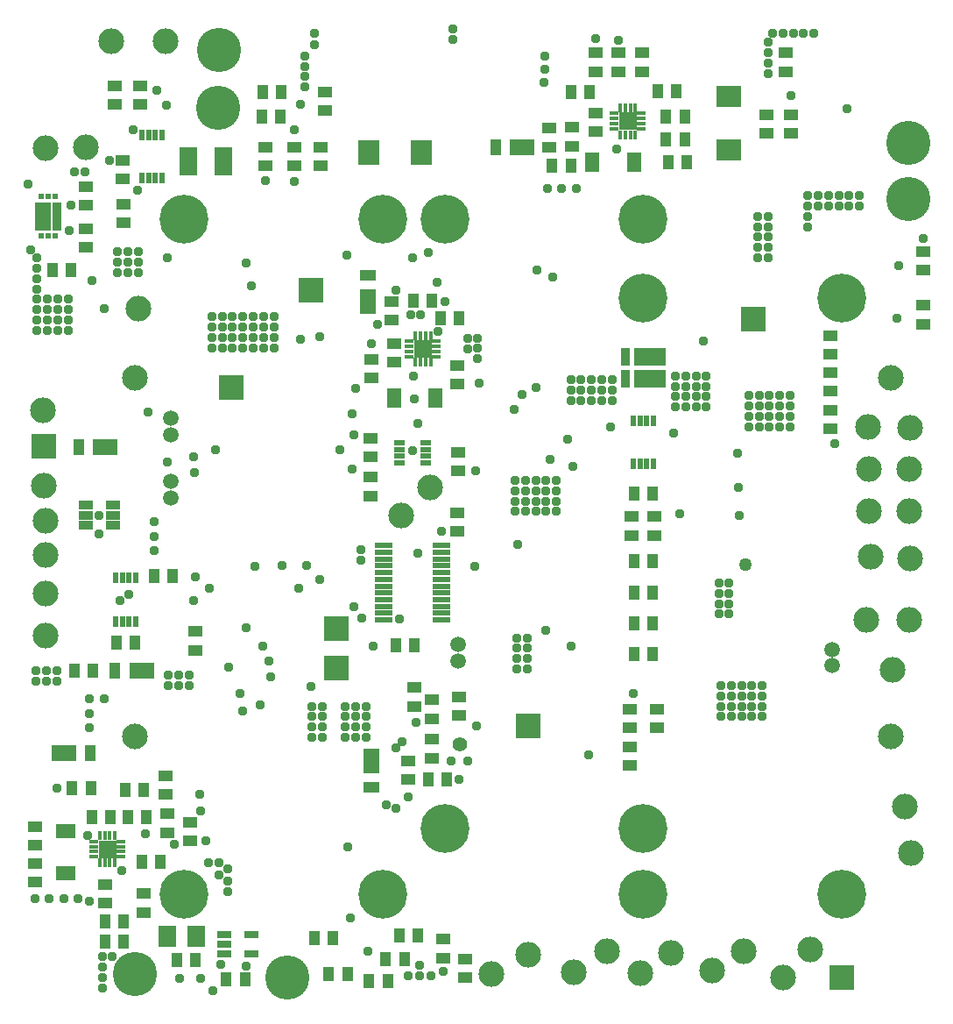
<source format=gts>
G75*
%MOIN*%
%OFA0B0*%
%FSLAX25Y25*%
%IPPOS*%
%LPD*%
%AMOC8*
5,1,8,0,0,1.08239X$1,22.5*
%
%ADD10R,0.03950X0.05524*%
%ADD11R,0.05524X0.03950*%
%ADD12R,0.09461X0.06312*%
%ADD13R,0.04343X0.06312*%
%ADD14R,0.05721X0.07690*%
%ADD15C,0.18580*%
%ADD16R,0.12400X0.06700*%
%ADD17R,0.03600X0.06700*%
%ADD18R,0.05524X0.03162*%
%ADD19R,0.05603X0.03241*%
%ADD20R,0.06509X0.06509*%
%ADD21R,0.03556X0.01784*%
%ADD22R,0.01784X0.03556*%
%ADD23C,0.09800*%
%ADD24C,0.16800*%
%ADD25R,0.09800X0.09800*%
%ADD26C,0.05950*%
%ADD27R,0.03950X0.02375*%
%ADD28R,0.07099X0.01981*%
%ADD29R,0.02454X0.04304*%
%ADD30R,0.07690X0.05721*%
%ADD31R,0.06784X0.10800*%
%ADD32R,0.06745X0.10800*%
%ADD33R,0.06391X0.10643*%
%ADD34R,0.03241X0.10643*%
%ADD35R,0.02375X0.02375*%
%ADD36R,0.07099X0.07887*%
%ADD37C,0.09737*%
%ADD38R,0.07887X0.09461*%
%ADD39R,0.09461X0.07887*%
%ADD40R,0.06312X0.09461*%
%ADD41R,0.06312X0.04343*%
%ADD42C,0.03778*%
%ADD43C,0.04959*%
%ADD44C,0.05550*%
D10*
X0079753Y0097863D03*
X0086839Y0097863D03*
X0086839Y0105343D03*
X0079753Y0105343D03*
X0093532Y0128178D03*
X0100619Y0128178D03*
X0095501Y0145107D03*
X0088414Y0145107D03*
X0081721Y0145107D03*
X0074635Y0145107D03*
X0074241Y0156131D03*
X0067154Y0156131D03*
X0087233Y0155343D03*
X0094320Y0155343D03*
X0075028Y0200619D03*
X0067942Y0200619D03*
X0084083Y0211249D03*
X0091170Y0211249D03*
X0098257Y0236839D03*
X0105343Y0236839D03*
X0190383Y0210461D03*
X0197469Y0210461D03*
X0202587Y0159280D03*
X0209674Y0159280D03*
X0198650Y0100225D03*
X0191564Y0100225D03*
X0193532Y0091170D03*
X0186446Y0091170D03*
X0187233Y0082902D03*
X0180146Y0082902D03*
X0171879Y0085265D03*
X0164792Y0085265D03*
X0166367Y0099044D03*
X0159280Y0099044D03*
X0132902Y0083296D03*
X0125816Y0083296D03*
X0114005Y0090776D03*
X0106918Y0090776D03*
X0280934Y0206918D03*
X0288020Y0206918D03*
X0288020Y0218729D03*
X0280934Y0218729D03*
X0280934Y0230540D03*
X0288020Y0230540D03*
X0288020Y0242351D03*
X0280934Y0242351D03*
X0280934Y0267942D03*
X0288020Y0267942D03*
X0214398Y0334871D03*
X0207312Y0334871D03*
X0204162Y0341564D03*
X0197076Y0341564D03*
X0249831Y0392745D03*
X0256918Y0392745D03*
X0256918Y0420698D03*
X0264005Y0420698D03*
X0289989Y0421091D03*
X0297076Y0421091D03*
X0300225Y0411249D03*
X0293139Y0411249D03*
X0293139Y0402587D03*
X0300225Y0402587D03*
X0301013Y0393926D03*
X0293926Y0393926D03*
X0146288Y0411249D03*
X0139202Y0411249D03*
X0139595Y0420698D03*
X0146682Y0420698D03*
X0066761Y0352981D03*
X0059674Y0352981D03*
D11*
X0072272Y0361643D03*
X0072272Y0368729D03*
X0072272Y0377784D03*
X0072272Y0384871D03*
X0086446Y0387627D03*
X0086446Y0394713D03*
X0086839Y0378178D03*
X0086839Y0371091D03*
X0083296Y0415973D03*
X0083296Y0423060D03*
X0093139Y0423060D03*
X0093139Y0415973D03*
X0140776Y0399831D03*
X0140776Y0392745D03*
X0151800Y0392745D03*
X0151800Y0399831D03*
X0161643Y0399831D03*
X0161643Y0392745D03*
X0163217Y0413611D03*
X0163217Y0420698D03*
X0188808Y0341170D03*
X0188808Y0334083D03*
X0189595Y0325028D03*
X0189595Y0317942D03*
X0180934Y0319123D03*
X0180934Y0312036D03*
X0180540Y0289202D03*
X0180540Y0282115D03*
X0180540Y0274241D03*
X0180540Y0267154D03*
X0213611Y0260855D03*
X0213611Y0253769D03*
X0214005Y0276603D03*
X0214005Y0283690D03*
X0213611Y0309674D03*
X0213611Y0316761D03*
X0280146Y0259280D03*
X0280146Y0252194D03*
X0288808Y0252194D03*
X0288808Y0259280D03*
X0289595Y0186052D03*
X0289595Y0178965D03*
X0279359Y0178965D03*
X0279359Y0171879D03*
X0279359Y0164792D03*
X0279359Y0186052D03*
X0214398Y0183690D03*
X0214398Y0190776D03*
X0204162Y0189595D03*
X0204162Y0182509D03*
X0204162Y0174635D03*
X0204162Y0167548D03*
X0195107Y0166367D03*
X0195107Y0159280D03*
X0197469Y0187233D03*
X0197469Y0194320D03*
X0208493Y0098650D03*
X0208493Y0091564D03*
X0216761Y0091170D03*
X0216761Y0084083D03*
X0112036Y0136052D03*
X0112036Y0143139D03*
X0103375Y0146288D03*
X0102587Y0153769D03*
X0102587Y0160855D03*
X0103375Y0139202D03*
X0094320Y0115973D03*
X0094320Y0108887D03*
X0079753Y0112430D03*
X0079753Y0119517D03*
X0052981Y0120304D03*
X0052981Y0127391D03*
X0052981Y0134477D03*
X0052981Y0141564D03*
X0114005Y0208493D03*
X0114005Y0215580D03*
X0248650Y0399831D03*
X0248650Y0406918D03*
X0257312Y0407312D03*
X0257312Y0400225D03*
X0266367Y0405737D03*
X0266367Y0412824D03*
X0266367Y0428572D03*
X0266367Y0435658D03*
X0275028Y0435658D03*
X0275028Y0428572D03*
X0284083Y0428572D03*
X0284083Y0435658D03*
X0331328Y0412036D03*
X0331328Y0404950D03*
X0340776Y0404950D03*
X0340776Y0412036D03*
X0338808Y0428572D03*
X0338808Y0435658D03*
X0391170Y0360068D03*
X0391170Y0352981D03*
X0391170Y0339595D03*
X0391170Y0332509D03*
X0355737Y0328178D03*
X0355737Y0321091D03*
X0355737Y0314005D03*
X0355737Y0306918D03*
X0355737Y0299831D03*
X0355737Y0292745D03*
D12*
X0238414Y0399831D03*
X0079753Y0285658D03*
X0093532Y0200619D03*
X0064005Y0169517D03*
D13*
X0074044Y0169517D03*
X0083493Y0200619D03*
X0069713Y0285658D03*
X0228375Y0399831D03*
D14*
X0265186Y0393926D03*
X0280934Y0393926D03*
X0205343Y0304556D03*
X0189595Y0304556D03*
D15*
X0185265Y0372272D03*
X0208887Y0372272D03*
X0284477Y0372272D03*
X0284477Y0342272D03*
X0360068Y0342272D03*
X0284477Y0140580D03*
X0284477Y0115580D03*
X0360068Y0115580D03*
X0208887Y0140580D03*
X0185265Y0115580D03*
X0109674Y0115580D03*
X0109674Y0372272D03*
D16*
X0286877Y0320123D03*
X0286877Y0311823D03*
D17*
X0277777Y0311823D03*
X0277777Y0320123D03*
D18*
X0135288Y0100422D03*
X0135288Y0092942D03*
X0125005Y0092942D03*
X0125005Y0096682D03*
X0125005Y0100422D03*
D19*
X0082587Y0256131D03*
X0082587Y0259871D03*
X0082587Y0263611D03*
X0072272Y0263611D03*
X0072272Y0259871D03*
X0072272Y0256131D03*
D20*
X0080540Y0132902D03*
X0200619Y0323060D03*
X0278572Y0409674D03*
D21*
X0283690Y0408690D03*
X0283690Y0410658D03*
X0283690Y0412627D03*
X0283690Y0406721D03*
X0273454Y0406721D03*
X0273454Y0408690D03*
X0273454Y0410658D03*
X0273454Y0412627D03*
X0205737Y0326013D03*
X0205737Y0324044D03*
X0205737Y0322076D03*
X0205737Y0320107D03*
X0195501Y0320107D03*
X0195501Y0322076D03*
X0195501Y0324044D03*
X0195501Y0326013D03*
X0085658Y0135855D03*
X0085658Y0133887D03*
X0085658Y0131918D03*
X0085658Y0129950D03*
X0075422Y0129950D03*
X0075422Y0131918D03*
X0075422Y0133887D03*
X0075422Y0135855D03*
D22*
X0077587Y0138020D03*
X0079556Y0138020D03*
X0081524Y0138020D03*
X0083493Y0138020D03*
X0083493Y0127784D03*
X0081524Y0127784D03*
X0079556Y0127784D03*
X0077587Y0127784D03*
X0197666Y0317942D03*
X0199635Y0317942D03*
X0201603Y0317942D03*
X0203572Y0317942D03*
X0203572Y0328178D03*
X0201603Y0328178D03*
X0199635Y0328178D03*
X0197666Y0328178D03*
X0275619Y0404556D03*
X0277587Y0404556D03*
X0279556Y0404556D03*
X0281524Y0404556D03*
X0281524Y0414792D03*
X0279556Y0414792D03*
X0277587Y0414792D03*
X0275619Y0414792D03*
D23*
X0369910Y0293532D03*
X0370304Y0277391D03*
X0385658Y0277391D03*
X0386052Y0293139D03*
X0385658Y0261249D03*
X0386052Y0243532D03*
X0371091Y0243926D03*
X0370304Y0261249D03*
X0369517Y0219910D03*
X0385658Y0219910D03*
X0379359Y0201013D03*
X0384083Y0149044D03*
X0386446Y0131328D03*
X0347863Y0094713D03*
X0337627Y0084083D03*
X0322666Y0093926D03*
X0310855Y0086839D03*
X0295107Y0093532D03*
X0283296Y0085658D03*
X0270698Y0093926D03*
X0258099Y0086052D03*
X0240776Y0092745D03*
X0226603Y0085265D03*
X0192351Y0259674D03*
X0203375Y0270304D03*
X0092351Y0338414D03*
X0056131Y0299831D03*
X0056524Y0271091D03*
X0056918Y0257706D03*
X0056918Y0244713D03*
X0056918Y0230146D03*
X0056918Y0214005D03*
X0056918Y0399438D03*
X0072272Y0399831D03*
X0082115Y0439989D03*
X0102587Y0439989D03*
D24*
X0123060Y0436839D03*
X0122666Y0414792D03*
X0385265Y0401406D03*
X0385265Y0380146D03*
X0149044Y0084083D03*
X0091170Y0085265D03*
D25*
X0167548Y0201800D03*
X0167548Y0216761D03*
X0240776Y0179753D03*
X0127784Y0308493D03*
X0158099Y0345501D03*
X0056524Y0286052D03*
X0326209Y0334477D03*
X0360068Y0084083D03*
D26*
X0356524Y0202587D03*
X0356524Y0208887D03*
X0214005Y0210855D03*
X0214005Y0204556D03*
X0104556Y0266367D03*
X0104556Y0272666D03*
X0104556Y0290383D03*
X0104556Y0296682D03*
D27*
X0191839Y0287367D03*
X0191839Y0284808D03*
X0191839Y0282249D03*
X0191839Y0279690D03*
X0201682Y0279690D03*
X0201682Y0282249D03*
X0201682Y0284808D03*
X0201682Y0287367D03*
D28*
X0207706Y0248257D03*
X0207706Y0245698D03*
X0207706Y0243139D03*
X0207706Y0240580D03*
X0207706Y0238020D03*
X0207706Y0235461D03*
X0207706Y0232902D03*
X0207706Y0230343D03*
X0207706Y0227784D03*
X0207706Y0225225D03*
X0207706Y0222666D03*
X0207706Y0220107D03*
X0185658Y0220107D03*
X0185658Y0222666D03*
X0185658Y0225225D03*
X0185658Y0227784D03*
X0185658Y0230343D03*
X0185658Y0232902D03*
X0185658Y0235461D03*
X0185658Y0238020D03*
X0185658Y0240580D03*
X0185658Y0243139D03*
X0185658Y0245698D03*
X0185658Y0248257D03*
D29*
X0091367Y0236091D03*
X0088808Y0236091D03*
X0086249Y0236091D03*
X0083690Y0236091D03*
X0083690Y0219517D03*
X0086249Y0219517D03*
X0088808Y0219517D03*
X0091367Y0219517D03*
X0093729Y0387981D03*
X0096288Y0387981D03*
X0098847Y0387981D03*
X0101406Y0387981D03*
X0101406Y0404556D03*
X0098847Y0404556D03*
X0096288Y0404556D03*
X0093729Y0404556D03*
X0280737Y0295894D03*
X0283296Y0295894D03*
X0285855Y0295894D03*
X0288414Y0295894D03*
X0288414Y0279320D03*
X0285855Y0279320D03*
X0283296Y0279320D03*
X0280737Y0279320D03*
D30*
X0064792Y0139595D03*
X0064792Y0123847D03*
D31*
X0111209Y0394320D03*
D32*
X0124674Y0394320D03*
D33*
X0055973Y0373454D03*
D34*
X0061446Y0373454D03*
D35*
X0060619Y0366013D03*
X0058060Y0366013D03*
X0055501Y0366013D03*
X0055501Y0380973D03*
X0058060Y0380973D03*
X0060619Y0380973D03*
D36*
X0103375Y0099831D03*
X0114398Y0099831D03*
D37*
X0091170Y0175816D03*
X0091170Y0312036D03*
X0378572Y0312036D03*
X0378572Y0175816D03*
D38*
X0200028Y0397863D03*
X0179950Y0397863D03*
D39*
X0317154Y0398847D03*
X0317154Y0418926D03*
D40*
X0179753Y0341170D03*
X0180934Y0166367D03*
D41*
X0180934Y0156328D03*
X0179753Y0351209D03*
D42*
X0078572Y0080146D03*
X0078572Y0084083D03*
X0078572Y0088020D03*
X0078572Y0091957D03*
X0082509Y0091957D03*
X0073847Y0113217D03*
X0069517Y0114005D03*
X0064005Y0114005D03*
X0058493Y0114005D03*
X0052981Y0114005D03*
X0073060Y0137995D03*
X0079359Y0131721D03*
X0081721Y0134083D03*
X0086052Y0124635D03*
X0095107Y0138808D03*
X0106131Y0134607D03*
X0117942Y0136052D03*
X0119123Y0127784D03*
X0123060Y0127784D03*
X0126209Y0125422D03*
X0123060Y0123060D03*
X0126209Y0120698D03*
X0126209Y0116761D03*
X0123847Y0089202D03*
X0133296Y0088414D03*
X0120698Y0078965D03*
X0115973Y0083690D03*
X0108099Y0083690D03*
X0115973Y0147469D03*
X0115580Y0153769D03*
X0132115Y0185265D03*
X0130934Y0191957D03*
X0138808Y0187627D03*
X0142745Y0198257D03*
X0141957Y0204556D03*
X0139595Y0210068D03*
X0133296Y0217154D03*
X0126603Y0202194D03*
X0111643Y0199044D03*
X0111643Y0195107D03*
X0107706Y0195107D03*
X0107706Y0199044D03*
X0103769Y0199044D03*
X0103769Y0195107D03*
X0079359Y0189989D03*
X0073847Y0189989D03*
X0073847Y0184477D03*
X0073847Y0178965D03*
X0061249Y0196682D03*
X0061249Y0200619D03*
X0057312Y0200619D03*
X0057312Y0196682D03*
X0053375Y0196682D03*
X0053375Y0200619D03*
X0085265Y0227391D03*
X0088808Y0229753D03*
X0098257Y0246288D03*
X0098257Y0251800D03*
X0098257Y0257312D03*
X0113611Y0276209D03*
X0113217Y0282115D03*
X0121686Y0284890D03*
X0103375Y0280146D03*
X0095894Y0299044D03*
X0120304Y0323454D03*
X0120304Y0327391D03*
X0120304Y0331328D03*
X0120304Y0335265D03*
X0124241Y0335265D03*
X0128178Y0335265D03*
X0132115Y0335265D03*
X0136052Y0335265D03*
X0139989Y0335265D03*
X0143926Y0335265D03*
X0143926Y0331328D03*
X0139989Y0331328D03*
X0136052Y0331328D03*
X0132115Y0331328D03*
X0128178Y0331328D03*
X0124241Y0331328D03*
X0124241Y0327391D03*
X0128178Y0327391D03*
X0132115Y0327391D03*
X0136052Y0327391D03*
X0139989Y0327391D03*
X0143926Y0327391D03*
X0143926Y0323454D03*
X0139989Y0323454D03*
X0136052Y0323454D03*
X0132115Y0323454D03*
X0128178Y0323454D03*
X0124241Y0323454D03*
X0135265Y0347076D03*
X0133296Y0355737D03*
X0140776Y0387233D03*
X0151800Y0386839D03*
X0151800Y0406524D03*
X0154162Y0415973D03*
X0155737Y0422666D03*
X0155737Y0426603D03*
X0155737Y0430540D03*
X0155737Y0434477D03*
X0159280Y0438808D03*
X0159280Y0443139D03*
X0212036Y0444713D03*
X0212036Y0440776D03*
X0247076Y0434477D03*
X0247076Y0429359D03*
X0246839Y0424241D03*
X0266367Y0441170D03*
X0275028Y0440383D03*
X0279753Y0410855D03*
X0277391Y0408493D03*
X0274241Y0399044D03*
X0258887Y0384083D03*
X0253375Y0384083D03*
X0247863Y0384083D03*
X0244150Y0353205D03*
X0249973Y0350366D03*
X0221485Y0326997D03*
X0221485Y0323454D03*
X0221485Y0319517D03*
X0217548Y0323060D03*
X0217548Y0326997D03*
X0206524Y0329753D03*
X0201800Y0324241D03*
X0199438Y0321879D03*
X0197076Y0312824D03*
X0197469Y0304162D03*
X0198650Y0294713D03*
X0196682Y0284477D03*
X0174241Y0290383D03*
X0169123Y0284871D03*
X0173847Y0277391D03*
X0173847Y0298257D03*
X0175028Y0308099D03*
X0180934Y0325028D03*
X0183296Y0332509D03*
X0195894Y0335918D03*
X0199831Y0336052D03*
X0208887Y0341170D03*
X0206131Y0348257D03*
X0202587Y0359674D03*
X0196682Y0357706D03*
X0190383Y0345501D03*
X0171630Y0358638D03*
X0161249Y0327784D03*
X0154162Y0326603D03*
X0103375Y0357706D03*
X0092351Y0356131D03*
X0092351Y0360068D03*
X0088414Y0360068D03*
X0084477Y0360068D03*
X0084477Y0356131D03*
X0088414Y0356131D03*
X0088414Y0352194D03*
X0084477Y0352194D03*
X0092351Y0352194D03*
X0079359Y0338414D03*
X0074635Y0349044D03*
X0065580Y0341957D03*
X0065580Y0338020D03*
X0065580Y0334083D03*
X0065580Y0330146D03*
X0061643Y0330146D03*
X0061643Y0334083D03*
X0061643Y0338020D03*
X0061643Y0341957D03*
X0057706Y0341957D03*
X0057706Y0338020D03*
X0057706Y0334083D03*
X0057706Y0330146D03*
X0053769Y0330146D03*
X0053769Y0334083D03*
X0053769Y0338020D03*
X0053769Y0341957D03*
X0053769Y0345894D03*
X0053769Y0349831D03*
X0053769Y0353769D03*
X0053769Y0357706D03*
X0051406Y0360855D03*
X0065973Y0367942D03*
X0066761Y0377784D03*
X0067942Y0390383D03*
X0071879Y0390383D03*
X0081328Y0394713D03*
X0090383Y0406524D03*
X0102981Y0415580D03*
X0099438Y0421437D03*
X0091957Y0383296D03*
X0050225Y0385658D03*
X0077391Y0259674D03*
X0077391Y0252587D03*
X0113217Y0227391D03*
X0114005Y0236446D03*
X0119256Y0232115D03*
X0136839Y0240383D03*
X0147076Y0240776D03*
X0153375Y0232115D03*
X0156196Y0240776D03*
X0161249Y0235265D03*
X0174241Y0225095D03*
X0177391Y0220698D03*
X0181721Y0210068D03*
X0191564Y0220304D03*
X0176997Y0242745D03*
X0176997Y0246682D03*
X0198650Y0245501D03*
X0207706Y0253769D03*
X0220304Y0240383D03*
X0236839Y0248650D03*
X0235658Y0261249D03*
X0235658Y0265186D03*
X0235658Y0269123D03*
X0235658Y0273060D03*
X0239595Y0273060D03*
X0239595Y0269123D03*
X0239595Y0265186D03*
X0239595Y0261249D03*
X0243532Y0261249D03*
X0243532Y0265186D03*
X0243532Y0269123D03*
X0243532Y0273060D03*
X0247469Y0273060D03*
X0247469Y0269123D03*
X0247469Y0265186D03*
X0247469Y0261249D03*
X0251406Y0261249D03*
X0251406Y0265186D03*
X0251406Y0269123D03*
X0251406Y0273060D03*
X0249044Y0280934D03*
X0255737Y0288808D03*
X0257706Y0278572D03*
X0271879Y0293532D03*
X0272666Y0303375D03*
X0272666Y0307312D03*
X0272666Y0311249D03*
X0268729Y0311249D03*
X0264792Y0311249D03*
X0260855Y0311249D03*
X0256918Y0311249D03*
X0256918Y0307312D03*
X0260855Y0307312D03*
X0264792Y0307312D03*
X0268729Y0307312D03*
X0268729Y0303375D03*
X0264792Y0303375D03*
X0260855Y0303375D03*
X0256918Y0303375D03*
X0243532Y0308493D03*
X0238414Y0305737D03*
X0235265Y0300225D03*
X0221879Y0310068D03*
X0220698Y0276603D03*
X0236446Y0213217D03*
X0240383Y0213217D03*
X0240383Y0209280D03*
X0240383Y0205343D03*
X0240383Y0201406D03*
X0236446Y0201406D03*
X0236446Y0205343D03*
X0236446Y0209280D03*
X0247469Y0215973D03*
X0256918Y0210068D03*
X0280540Y0191957D03*
X0263611Y0168729D03*
X0221091Y0179753D03*
X0217548Y0166367D03*
X0211249Y0166367D03*
X0214398Y0159280D03*
X0195107Y0152587D03*
X0190383Y0148257D03*
X0186839Y0149831D03*
X0171879Y0133690D03*
X0172886Y0106744D03*
X0179826Y0093926D03*
X0195107Y0084871D03*
X0199438Y0084871D03*
X0199438Y0088808D03*
X0203769Y0084871D03*
X0208493Y0086446D03*
X0190383Y0171485D03*
X0192745Y0173847D03*
X0197863Y0180934D03*
X0178965Y0179359D03*
X0175028Y0179359D03*
X0171091Y0179359D03*
X0171091Y0175422D03*
X0175028Y0175422D03*
X0178965Y0175422D03*
X0178965Y0183296D03*
X0175028Y0183296D03*
X0171091Y0183296D03*
X0171091Y0187233D03*
X0175028Y0187233D03*
X0178965Y0187233D03*
X0162430Y0187233D03*
X0162430Y0183296D03*
X0162430Y0179359D03*
X0162430Y0175422D03*
X0158493Y0175422D03*
X0158493Y0179359D03*
X0158493Y0183296D03*
X0158493Y0187233D03*
X0158099Y0194713D03*
X0061249Y0156131D03*
X0295894Y0291170D03*
X0296682Y0301013D03*
X0296682Y0304950D03*
X0296682Y0308887D03*
X0296682Y0312824D03*
X0300619Y0312824D03*
X0304556Y0312824D03*
X0308493Y0312824D03*
X0308493Y0308887D03*
X0304556Y0308887D03*
X0300619Y0308887D03*
X0300619Y0304950D03*
X0304556Y0304950D03*
X0308493Y0304950D03*
X0308493Y0301013D03*
X0304556Y0301013D03*
X0300619Y0301013D03*
X0307312Y0326209D03*
X0324635Y0305343D03*
X0328572Y0305343D03*
X0332509Y0305343D03*
X0336446Y0305343D03*
X0340383Y0305343D03*
X0340383Y0301406D03*
X0340383Y0297469D03*
X0340383Y0293532D03*
X0336446Y0293532D03*
X0336446Y0297469D03*
X0336446Y0301406D03*
X0332509Y0301406D03*
X0332509Y0297469D03*
X0332509Y0293532D03*
X0328572Y0293532D03*
X0328572Y0297469D03*
X0328572Y0301406D03*
X0324635Y0301406D03*
X0324635Y0297469D03*
X0324635Y0293532D03*
X0320304Y0283296D03*
X0320698Y0270304D03*
X0321091Y0259674D03*
X0298257Y0260461D03*
X0313217Y0234083D03*
X0313217Y0230146D03*
X0313217Y0226209D03*
X0313217Y0222272D03*
X0317154Y0222272D03*
X0317154Y0226209D03*
X0317154Y0230146D03*
X0317154Y0234083D03*
X0317942Y0195107D03*
X0321879Y0195107D03*
X0325816Y0195107D03*
X0329753Y0195107D03*
X0329753Y0191170D03*
X0329753Y0187233D03*
X0329753Y0183296D03*
X0325816Y0183296D03*
X0325816Y0187233D03*
X0325816Y0191170D03*
X0321879Y0191170D03*
X0321879Y0187233D03*
X0321879Y0183296D03*
X0317942Y0183296D03*
X0317942Y0187233D03*
X0317942Y0191170D03*
X0314005Y0191170D03*
X0314005Y0187233D03*
X0314005Y0183296D03*
X0314005Y0195107D03*
X0357312Y0287233D03*
X0380934Y0334871D03*
X0381653Y0354881D03*
X0391170Y0365186D03*
X0366761Y0377391D03*
X0366761Y0381328D03*
X0362824Y0381328D03*
X0358887Y0381328D03*
X0354950Y0381328D03*
X0351013Y0381328D03*
X0347076Y0381328D03*
X0347076Y0377391D03*
X0351013Y0377391D03*
X0354950Y0377391D03*
X0358887Y0377391D03*
X0362824Y0377391D03*
X0347076Y0373454D03*
X0347076Y0369517D03*
X0332115Y0369517D03*
X0332115Y0373454D03*
X0328178Y0373454D03*
X0328178Y0369517D03*
X0328178Y0365580D03*
X0332115Y0365580D03*
X0332115Y0361643D03*
X0328178Y0361643D03*
X0328178Y0357706D03*
X0332115Y0357706D03*
X0340776Y0419517D03*
X0332115Y0427784D03*
X0332115Y0431721D03*
X0332115Y0435658D03*
X0332115Y0439595D03*
X0333690Y0443139D03*
X0337627Y0443139D03*
X0341564Y0443139D03*
X0345501Y0443139D03*
X0349438Y0443139D03*
X0362036Y0414398D03*
D43*
X0323454Y0241170D03*
D44*
X0214792Y0172666D03*
M02*

</source>
